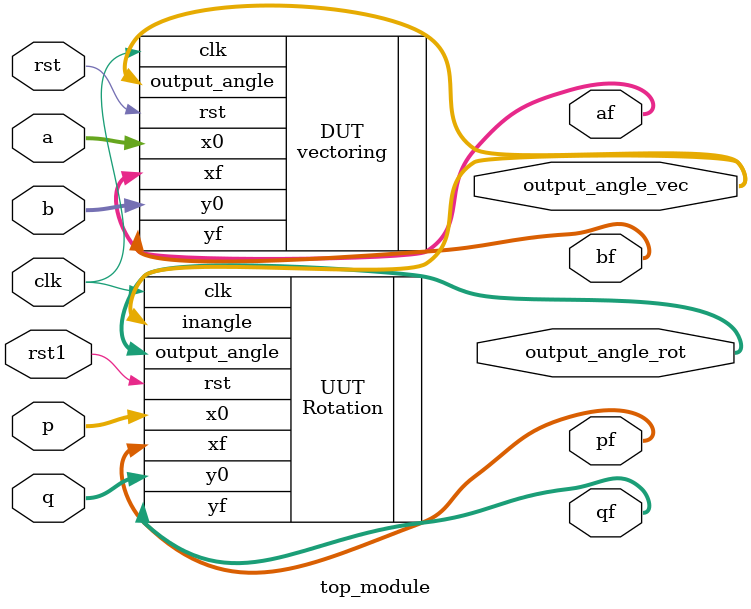
<source format=v>
`timescale 1ns / 1ps


module top_module #(parameter N = 31,M=31) (

        input signed [N:0] a,
        input signed [N:0] b,
        input signed [N:0] p,
        input signed [N:0] q,
        
        input clk,
        input rst,rst1,
        output   signed  [N:0] af,
        output   signed  [N:0] bf,
        output   signed  [N:0] pf,
        output   signed  [N:0] qf,
        //output  signed [N:0] afcal,
        //output  signed [N:0] bfcal,
        output  [M:0]  output_angle_vec,
        output  [M:0]  output_angle_rot


    );
    
    vectoring DUT (  .x0(a),.y0(b), .clk(clk), .rst(rst) , .xf(af), .yf(bf),  .output_angle(output_angle_vec) );
    
    Rotation  UUT (  .x0(p),.y0(q), .clk(clk), .rst(rst1) , .xf(pf),.yf(qf), .output_angle(output_angle_rot),.inangle(output_angle_vec) );
    
    
    
endmodule

</source>
